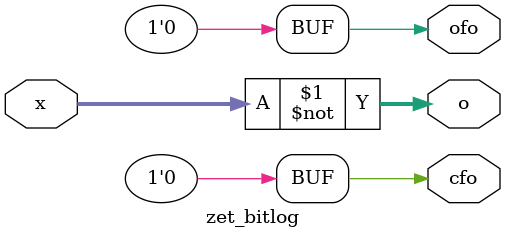
<source format=v>

/*
 *  Bitwise logical operations for Zet
 *  Copyright (C) 2008-2010  Zeus Gomez Marmolejo <zeus@aluzina.org>
 *
 *  This file is part of the Zet processor. This processor is free
 *  hardware; you can redistribute it and/or modify it under the terms of
 *  the GNU General Public License as published by the Free Software
 *  Foundation; either version 3, or (at your option) any later version.
 *
 *  Zet is distrubuted in the hope that it will be useful, but WITHOUT
 *  ANY WARRANTY; without even the implied warranty of MERCHANTABILITY
 *  or FITNESS FOR A PARTICULAR PURPOSE. See the GNU General Public
 *  License for more details.
 *
 *  You should have received a copy of the GNU General Public License
 *  along with Zet; see the file COPYING. If not, see
 *  <http://www.gnu.org/licenses/>.
 */

module zet_bitlog (
    input  [15:0] x,
    output [15:0] o,
    output        cfo,
    output        ofo
  );

  // Assignments
  assign o = ~x;  // Now we only do NEG

  assign cfo = 1'b0;
  assign ofo = 1'b0;

endmodule

</source>
